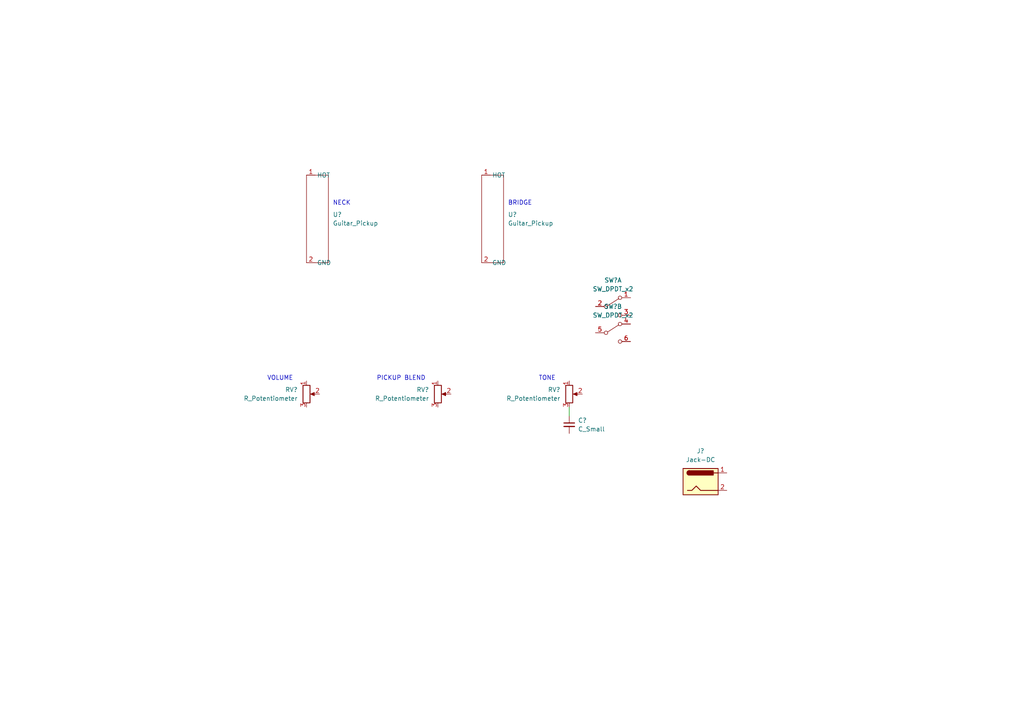
<source format=kicad_sch>
(kicad_sch (version 20211123) (generator eeschema)
  (paper "A4")
  (lib_symbols
    (symbol "Connector:Jack-DC" (pin_names (offset 1.016))
      (property "Reference" "J" (at 0 5.334 0))
      (property "Value" "Jack-DC" (at 0 -5.08 0))
      (symbol "Jack-DC_0_1"
        (rectangle (start -5.08 3.81) (end 5.08 -3.81) (stroke (width 0.254)) (fill (type background)))
        (arc (start -3.302 3.175) (mid -3.937 2.54) (end -3.302 1.905) (stroke (width 0.254)))
        (arc (start -3.302 3.175) (mid -3.937 2.54) (end -3.302 1.905) (stroke (width 0.254)) (fill (type outline)))
        (polyline (pts (xy 5.08 2.54) (xy 3.81 2.54)) (stroke (width 0.254)))
        (polyline (pts (xy -3.81 -2.54) (xy -2.54 -2.54) (xy -1.27 -1.27) (xy 0 -2.54) (xy 2.54 -2.54) (xy 5.08 -2.54)) (stroke (width 0.254)))
        (rectangle (start 3.683 3.175) (end -3.302 1.905) (stroke (width 0.254)) (fill (type outline)))
      )
      (symbol "Jack-DC_1_1"
        (pin passive line (at 7.62 2.54 180) (length 2.54) (name "~") (number "1"))
        (pin passive line (at 7.62 -2.54 180) (length 2.54) (name "~") (number "2"))
      )
    )
    (symbol "Device:C_Small" (pin_numbers hide) (pin_names (offset 0.254) hide)
      (property "Reference" "C" (at 0.254 1.778 0))
      (property "Value" "C_Small" (at 0.254 -2.032 0))
      (symbol "C_Small_0_1"
        (polyline (pts (xy -1.524 -0.508) (xy 1.524 -0.508)) (stroke (width 0.3302)))
        (polyline (pts (xy -1.524 0.508) (xy 1.524 0.508)) (stroke (width 0.3048)))
      )
      (symbol "C_Small_1_1"
        (pin passive line (at 0 2.54 270) (length 2.032) (name "~") (number "1"))
        (pin passive line (at 0 -2.54 90) (length 2.032) (name "~") (number "2"))
      )
    )
    (symbol "Device:R_Potentiometer" (pin_names (offset 1.016) hide)
      (property "Reference" "RV" (at -4.445 0 90))
      (property "Value" "R_Potentiometer" (at -2.54 0 90))
      (symbol "R_Potentiometer_0_1"
        (polyline (pts (xy 2.54 0) (xy 1.524 0)))
        (polyline (pts (xy 1.143 0) (xy 2.286 0.508) (xy 2.286 -0.508) (xy 1.143 0)) (fill (type outline)))
        (rectangle (start 1.016 2.54) (end -1.016 -2.54) (stroke (width 0.254)))
      )
      (symbol "R_Potentiometer_1_1"
        (pin passive line (at 0 3.81 270) (length 1.27) (name "1") (number "1"))
        (pin passive line (at 3.81 0 180) (length 1.27) (name "2") (number "2"))
        (pin passive line (at 0 -3.81 90) (length 1.27) (name "3") (number "3"))
      )
    )
    (symbol "Orion_Symbols:Guitar_Pickup"
      (property "Reference" "U" (at 0 0 0))
      (property "Value" "Guitar_Pickup" (at 0 0 0))
      (symbol "Guitar_Pickup_0_1"
        (rectangle (start 0 12.7) (end 6.35 -12.7))
      )
      (symbol "Guitar_Pickup_1_1"
        (pin passive line (at 0 12.7 0) (length 2.54) (name "HOT") (number "1"))
        (pin passive line (at 0 -12.7 0) (length 2.54) (name "GND") (number "2"))
      )
    )
    (symbol "Switch:SW_DPDT_x2" (pin_names (offset 0) hide)
      (property "Reference" "SW" (at 0 4.318 0))
      (property "Value" "SW_DPDT_x2" (at 0 -5.08 0))
      (symbol "SW_DPDT_x2_0_0"
        (circle (center -2.032 0) (radius 0.508))
        (circle (center 2.032 -2.54) (radius 0.508))
      )
      (symbol "SW_DPDT_x2_0_1"
        (polyline (pts (xy -1.524 0.254) (xy 1.651 2.286)))
        (circle (center 2.032 2.54) (radius 0.508))
      )
      (symbol "SW_DPDT_x2_1_1"
        (pin passive line (at 5.08 2.54 180) (length 2.54) (name "A") (number "1"))
        (pin passive line (at -5.08 0 0) (length 2.54) (name "B") (number "2"))
        (pin passive line (at 5.08 -2.54 180) (length 2.54) (name "C") (number "3"))
      )
      (symbol "SW_DPDT_x2_2_1"
        (pin passive line (at 5.08 2.54 180) (length 2.54) (name "A") (number "4"))
        (pin passive line (at -5.08 0 0) (length 2.54) (name "B") (number "5"))
        (pin passive line (at 5.08 -2.54 180) (length 2.54) (name "C") (number "6"))
      )
    )
  )
  (wire (pts (xy 165.1 118.11) (xy 165.1 120.65)))
  (text "TONE" (at 156.21 110.49 0) (effects (font (size 1.27 1.27)) (justify left bottom)))
  (text "BRIDGE\n" (at 147.32 59.69 0) (effects (font (size 1.27 1.27)) (justify left bottom)))
  (text "PICKUP BLEND" (at 109.22 110.49 0) (effects (font (size 1.27 1.27)) (justify left bottom)))
  (text "NECK" (at 96.52 59.69 0) (effects (font (size 1.27 1.27)) (justify left bottom)))
  (text "VOLUME\n" (at 77.47 110.49 0) (effects (font (size 1.27 1.27)) (justify left bottom)))
  (symbol (lib_id "Switch:SW_DPDT_x2") (at 177.8 88.9 0) (unit 1)
    (property "Reference" "SW?" (at 177.8 81.28 0))
    (property "Value" "SW_DPDT_x2" (at 177.8 83.82 0))
  )
  (symbol (lib_id "Connector:Jack-DC") (at 203.2 139.7 0) (unit 1)
    (property "Reference" "J?" (at 203.2 130.81 0))
    (property "Value" "Jack-DC" (at 203.2 133.35 0))
  )
  (symbol (lib_id "Orion_Symbols:Guitar_Pickup") (at 139.7 63.5 0) (unit 1)
    (property "Reference" "U?" (at 147.32 62.2299 0) (effects (justify left)))
    (property "Value" "Guitar_Pickup" (at 147.32 64.7699 0) (effects (justify left)))
  )
  (symbol (lib_id "Device:R_Potentiometer") (at 165.1 114.3 0) (unit 1)
    (property "Reference" "RV?" (at 162.56 113.0299 0) (effects (justify right)))
    (property "Value" "R_Potentiometer" (at 162.56 115.5699 0) (effects (justify right)))
  )
  (symbol (lib_id "Orion_Symbols:Guitar_Pickup") (at 88.9 63.5 0) (unit 1)
    (property "Reference" "U?" (at 96.52 62.2299 0) (effects (justify left)))
    (property "Value" "Guitar_Pickup" (at 96.52 64.7699 0) (effects (justify left)))
  )
  (symbol (lib_id "Device:R_Potentiometer") (at 127 114.3 0) (unit 1)
    (property "Reference" "RV?" (at 124.46 113.0299 0) (effects (justify right)))
    (property "Value" "R_Potentiometer" (at 124.46 115.5699 0) (effects (justify right)))
  )
  (symbol (lib_id "Switch:SW_DPDT_x2") (at 177.8 96.52 0) (unit 2)
    (property "Reference" "SW?" (at 177.8 88.9 0))
    (property "Value" "SW_DPDT_x2" (at 177.8 91.44 0))
  )
  (symbol (lib_id "Device:R_Potentiometer") (at 88.9 114.3 0) (unit 1)
    (property "Reference" "RV?" (at 86.36 113.0299 0) (effects (justify right)))
    (property "Value" "R_Potentiometer" (at 86.36 115.5699 0) (effects (justify right)))
  )
  (symbol (lib_id "Device:C_Small") (at 165.1 123.19 0) (unit 1)
    (property "Reference" "C?" (at 167.64 121.9262 0) (effects (justify left)))
    (property "Value" "C_Small" (at 167.64 124.4662 0) (effects (justify left)))
  )
)
</source>
